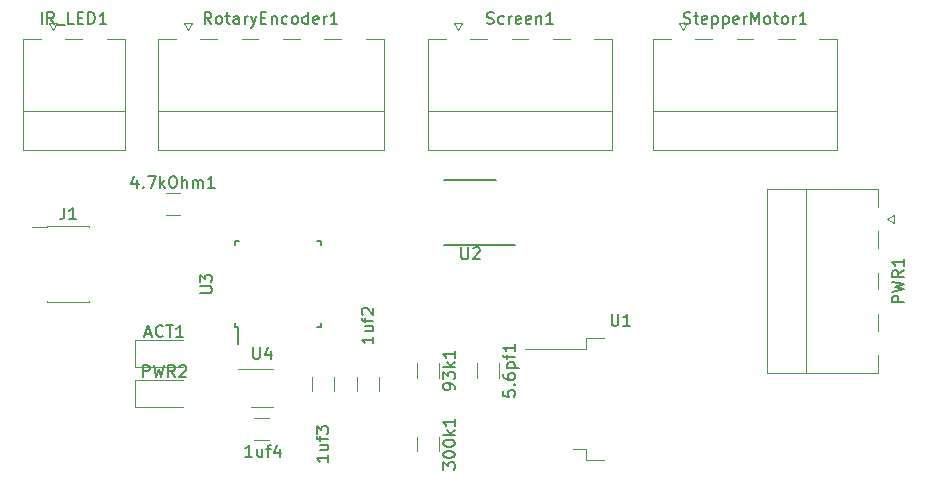
<source format=gbr>
G04 #@! TF.GenerationSoftware,KiCad,Pcbnew,5.1.4-e60b266~84~ubuntu18.04.1*
G04 #@! TF.CreationDate,2019-10-02T13:36:21-06:00*
G04 #@! TF.ProjectId,Star Tracker,53746172-2054-4726-9163-6b65722e6b69,rev?*
G04 #@! TF.SameCoordinates,Original*
G04 #@! TF.FileFunction,Legend,Top*
G04 #@! TF.FilePolarity,Positive*
%FSLAX46Y46*%
G04 Gerber Fmt 4.6, Leading zero omitted, Abs format (unit mm)*
G04 Created by KiCad (PCBNEW 5.1.4-e60b266~84~ubuntu18.04.1) date 2019-10-02 13:36:21*
%MOMM*%
%LPD*%
G04 APERTURE LIST*
%ADD10C,0.120000*%
%ADD11C,0.150000*%
G04 APERTURE END LIST*
D10*
X135530000Y-85692064D02*
X135530000Y-84487936D01*
X133710000Y-85692064D02*
X133710000Y-84487936D01*
X131720000Y-84487936D02*
X131720000Y-85692064D01*
X129900000Y-84487936D02*
X129900000Y-85692064D01*
X124997936Y-89810000D02*
X126202064Y-89810000D01*
X124997936Y-87990000D02*
X126202064Y-87990000D01*
X138790000Y-89567936D02*
X138790000Y-90772064D01*
X140610000Y-89567936D02*
X140610000Y-90772064D01*
X117507936Y-70760000D02*
X118712064Y-70760000D01*
X117507936Y-68940000D02*
X118712064Y-68940000D01*
X145690000Y-83347936D02*
X145690000Y-84552064D01*
X143870000Y-83347936D02*
X143870000Y-84552064D01*
X140610000Y-83341936D02*
X140610000Y-84546064D01*
X138790000Y-83341936D02*
X138790000Y-84546064D01*
X105390000Y-55840000D02*
X105390000Y-65260000D01*
X105390000Y-65260000D02*
X114010000Y-65260000D01*
X114010000Y-65260000D02*
X114010000Y-55840000D01*
X105390000Y-55840000D02*
X106900000Y-55840000D01*
X114010000Y-55840000D02*
X112500000Y-55840000D01*
X109000000Y-55840000D02*
X110400000Y-55840000D01*
X105390000Y-61950000D02*
X114010000Y-61950000D01*
X108250000Y-54550000D02*
X107950000Y-55150000D01*
X107950000Y-55150000D02*
X107650000Y-54550000D01*
X107650000Y-54550000D02*
X108250000Y-54550000D01*
X107455000Y-71695000D02*
X110985000Y-71695000D01*
X107455000Y-78165000D02*
X110985000Y-78165000D01*
X106130000Y-71760000D02*
X107455000Y-71760000D01*
X107455000Y-71695000D02*
X107455000Y-71760000D01*
X110985000Y-71695000D02*
X110985000Y-71760000D01*
X107455000Y-78100000D02*
X107455000Y-78165000D01*
X110985000Y-78100000D02*
X110985000Y-78165000D01*
X177840000Y-68560000D02*
X168420000Y-68560000D01*
X168420000Y-68560000D02*
X168420000Y-84180000D01*
X168420000Y-84180000D02*
X177840000Y-84180000D01*
X177840000Y-68560000D02*
X177840000Y-70070000D01*
X177840000Y-84180000D02*
X177840000Y-82670000D01*
X177840000Y-72170000D02*
X177840000Y-73570000D01*
X177840000Y-75670000D02*
X177840000Y-77070000D01*
X177840000Y-79170000D02*
X177840000Y-80570000D01*
X171730000Y-68560000D02*
X171730000Y-84180000D01*
X179130000Y-71420000D02*
X178530000Y-71120000D01*
X178530000Y-71120000D02*
X179130000Y-70820000D01*
X179130000Y-70820000D02*
X179130000Y-71420000D01*
X116820000Y-55840000D02*
X116820000Y-65260000D01*
X116820000Y-65260000D02*
X135940000Y-65260000D01*
X135940000Y-65260000D02*
X135940000Y-55840000D01*
X116820000Y-55840000D02*
X118330000Y-55840000D01*
X135940000Y-55840000D02*
X134430000Y-55840000D01*
X120430000Y-55840000D02*
X121830000Y-55840000D01*
X123930000Y-55840000D02*
X125330000Y-55840000D01*
X127430000Y-55840000D02*
X128830000Y-55840000D01*
X130930000Y-55840000D02*
X132330000Y-55840000D01*
X116820000Y-61950000D02*
X135940000Y-61950000D01*
X119680000Y-54550000D02*
X119380000Y-55150000D01*
X119380000Y-55150000D02*
X119080000Y-54550000D01*
X119080000Y-54550000D02*
X119680000Y-54550000D01*
X141940000Y-54550000D02*
X142540000Y-54550000D01*
X142240000Y-55150000D02*
X141940000Y-54550000D01*
X142540000Y-54550000D02*
X142240000Y-55150000D01*
X139680000Y-61950000D02*
X155300000Y-61950000D01*
X150290000Y-55840000D02*
X151690000Y-55840000D01*
X146790000Y-55840000D02*
X148190000Y-55840000D01*
X143290000Y-55840000D02*
X144690000Y-55840000D01*
X155300000Y-55840000D02*
X153790000Y-55840000D01*
X139680000Y-55840000D02*
X141190000Y-55840000D01*
X155300000Y-65260000D02*
X155300000Y-55840000D01*
X139680000Y-65260000D02*
X155300000Y-65260000D01*
X139680000Y-55840000D02*
X139680000Y-65260000D01*
X158730000Y-55840000D02*
X158730000Y-65260000D01*
X158730000Y-65260000D02*
X174350000Y-65260000D01*
X174350000Y-65260000D02*
X174350000Y-55840000D01*
X158730000Y-55840000D02*
X160240000Y-55840000D01*
X174350000Y-55840000D02*
X172840000Y-55840000D01*
X162340000Y-55840000D02*
X163740000Y-55840000D01*
X165840000Y-55840000D02*
X167240000Y-55840000D01*
X169340000Y-55840000D02*
X170740000Y-55840000D01*
X158730000Y-61950000D02*
X174350000Y-61950000D01*
X161590000Y-54550000D02*
X161290000Y-55150000D01*
X161290000Y-55150000D02*
X160990000Y-54550000D01*
X160990000Y-54550000D02*
X161590000Y-54550000D01*
D11*
X145485000Y-67786000D02*
X141085000Y-67786000D01*
X147060000Y-73311000D02*
X141085000Y-73311000D01*
X123375000Y-80265000D02*
X123600000Y-80265000D01*
X123375000Y-73015000D02*
X123700000Y-73015000D01*
X130625000Y-73015000D02*
X130300000Y-73015000D01*
X130625000Y-80265000D02*
X130300000Y-80265000D01*
X123375000Y-80265000D02*
X123375000Y-79940000D01*
X130625000Y-80265000D02*
X130625000Y-79940000D01*
X130625000Y-73015000D02*
X130625000Y-73340000D01*
X123375000Y-73015000D02*
X123375000Y-73340000D01*
X123600000Y-80265000D02*
X123600000Y-81690000D01*
D10*
X124750000Y-87020000D02*
X126550000Y-87020000D01*
X126550000Y-83800000D02*
X123600000Y-83800000D01*
X114905001Y-83610001D02*
X118965001Y-83610001D01*
X114905001Y-81340001D02*
X114905001Y-83610001D01*
X118965001Y-81340001D02*
X114905001Y-81340001D01*
X118965001Y-84730001D02*
X114905001Y-84730001D01*
X114905001Y-84730001D02*
X114905001Y-87000001D01*
X114905001Y-87000001D02*
X118965001Y-87000001D01*
X154560000Y-81160000D02*
X153060000Y-81160000D01*
X153060000Y-81160000D02*
X153060000Y-82110000D01*
X153060000Y-82110000D02*
X147935000Y-82110000D01*
X154560000Y-91560000D02*
X153060000Y-91560000D01*
X153060000Y-91560000D02*
X153060000Y-90610000D01*
X153060000Y-90610000D02*
X151960000Y-90610000D01*
D11*
X135072380Y-81068571D02*
X135072380Y-81640000D01*
X135072380Y-81354285D02*
X134072380Y-81354285D01*
X134215238Y-81449523D01*
X134310476Y-81544761D01*
X134358095Y-81640000D01*
X134405714Y-80211428D02*
X135072380Y-80211428D01*
X134405714Y-80640000D02*
X134929523Y-80640000D01*
X135024761Y-80592380D01*
X135072380Y-80497142D01*
X135072380Y-80354285D01*
X135024761Y-80259047D01*
X134977142Y-80211428D01*
X134405714Y-79878095D02*
X134405714Y-79497142D01*
X135072380Y-79735238D02*
X134215238Y-79735238D01*
X134120000Y-79687619D01*
X134072380Y-79592380D01*
X134072380Y-79497142D01*
X134167619Y-79211428D02*
X134120000Y-79163809D01*
X134072380Y-79068571D01*
X134072380Y-78830476D01*
X134120000Y-78735238D01*
X134167619Y-78687619D01*
X134262857Y-78640000D01*
X134358095Y-78640000D01*
X134500952Y-78687619D01*
X135072380Y-79259047D01*
X135072380Y-78640000D01*
X131262380Y-91098571D02*
X131262380Y-91670000D01*
X131262380Y-91384285D02*
X130262380Y-91384285D01*
X130405238Y-91479523D01*
X130500476Y-91574761D01*
X130548095Y-91670000D01*
X130595714Y-90241428D02*
X131262380Y-90241428D01*
X130595714Y-90670000D02*
X131119523Y-90670000D01*
X131214761Y-90622380D01*
X131262380Y-90527142D01*
X131262380Y-90384285D01*
X131214761Y-90289047D01*
X131167142Y-90241428D01*
X130595714Y-89908095D02*
X130595714Y-89527142D01*
X131262380Y-89765238D02*
X130405238Y-89765238D01*
X130310000Y-89717619D01*
X130262380Y-89622380D01*
X130262380Y-89527142D01*
X130262380Y-89289047D02*
X130262380Y-88670000D01*
X130643333Y-89003333D01*
X130643333Y-88860476D01*
X130690952Y-88765238D01*
X130738571Y-88717619D01*
X130833809Y-88670000D01*
X131071904Y-88670000D01*
X131167142Y-88717619D01*
X131214761Y-88765238D01*
X131262380Y-88860476D01*
X131262380Y-89146190D01*
X131214761Y-89241428D01*
X131167142Y-89289047D01*
X124801428Y-91257380D02*
X124230000Y-91257380D01*
X124515714Y-91257380D02*
X124515714Y-90257380D01*
X124420476Y-90400238D01*
X124325238Y-90495476D01*
X124230000Y-90543095D01*
X125658571Y-90590714D02*
X125658571Y-91257380D01*
X125230000Y-90590714D02*
X125230000Y-91114523D01*
X125277619Y-91209761D01*
X125372857Y-91257380D01*
X125515714Y-91257380D01*
X125610952Y-91209761D01*
X125658571Y-91162142D01*
X125991904Y-90590714D02*
X126372857Y-90590714D01*
X126134761Y-91257380D02*
X126134761Y-90400238D01*
X126182380Y-90305000D01*
X126277619Y-90257380D01*
X126372857Y-90257380D01*
X127134761Y-90590714D02*
X127134761Y-91257380D01*
X126896666Y-90209761D02*
X126658571Y-90924047D01*
X127277619Y-90924047D01*
X140972380Y-92336666D02*
X140972380Y-91717619D01*
X141353333Y-92050952D01*
X141353333Y-91908095D01*
X141400952Y-91812857D01*
X141448571Y-91765238D01*
X141543809Y-91717619D01*
X141781904Y-91717619D01*
X141877142Y-91765238D01*
X141924761Y-91812857D01*
X141972380Y-91908095D01*
X141972380Y-92193809D01*
X141924761Y-92289047D01*
X141877142Y-92336666D01*
X140972380Y-91098571D02*
X140972380Y-91003333D01*
X141020000Y-90908095D01*
X141067619Y-90860476D01*
X141162857Y-90812857D01*
X141353333Y-90765238D01*
X141591428Y-90765238D01*
X141781904Y-90812857D01*
X141877142Y-90860476D01*
X141924761Y-90908095D01*
X141972380Y-91003333D01*
X141972380Y-91098571D01*
X141924761Y-91193809D01*
X141877142Y-91241428D01*
X141781904Y-91289047D01*
X141591428Y-91336666D01*
X141353333Y-91336666D01*
X141162857Y-91289047D01*
X141067619Y-91241428D01*
X141020000Y-91193809D01*
X140972380Y-91098571D01*
X140972380Y-90146190D02*
X140972380Y-90050952D01*
X141020000Y-89955714D01*
X141067619Y-89908095D01*
X141162857Y-89860476D01*
X141353333Y-89812857D01*
X141591428Y-89812857D01*
X141781904Y-89860476D01*
X141877142Y-89908095D01*
X141924761Y-89955714D01*
X141972380Y-90050952D01*
X141972380Y-90146190D01*
X141924761Y-90241428D01*
X141877142Y-90289047D01*
X141781904Y-90336666D01*
X141591428Y-90384285D01*
X141353333Y-90384285D01*
X141162857Y-90336666D01*
X141067619Y-90289047D01*
X141020000Y-90241428D01*
X140972380Y-90146190D01*
X141972380Y-89384285D02*
X140972380Y-89384285D01*
X141591428Y-89289047D02*
X141972380Y-89003333D01*
X141305714Y-89003333D02*
X141686666Y-89384285D01*
X141972380Y-88050952D02*
X141972380Y-88622380D01*
X141972380Y-88336666D02*
X140972380Y-88336666D01*
X141115238Y-88431904D01*
X141210476Y-88527142D01*
X141258095Y-88622380D01*
X115062380Y-67815714D02*
X115062380Y-68482380D01*
X114824285Y-67434761D02*
X114586190Y-68149047D01*
X115205238Y-68149047D01*
X115586190Y-68387142D02*
X115633809Y-68434761D01*
X115586190Y-68482380D01*
X115538571Y-68434761D01*
X115586190Y-68387142D01*
X115586190Y-68482380D01*
X115967142Y-67482380D02*
X116633809Y-67482380D01*
X116205238Y-68482380D01*
X117014761Y-68482380D02*
X117014761Y-67482380D01*
X117110000Y-68101428D02*
X117395714Y-68482380D01*
X117395714Y-67815714D02*
X117014761Y-68196666D01*
X118014761Y-67482380D02*
X118205238Y-67482380D01*
X118300476Y-67530000D01*
X118395714Y-67625238D01*
X118443333Y-67815714D01*
X118443333Y-68149047D01*
X118395714Y-68339523D01*
X118300476Y-68434761D01*
X118205238Y-68482380D01*
X118014761Y-68482380D01*
X117919523Y-68434761D01*
X117824285Y-68339523D01*
X117776666Y-68149047D01*
X117776666Y-67815714D01*
X117824285Y-67625238D01*
X117919523Y-67530000D01*
X118014761Y-67482380D01*
X118871904Y-68482380D02*
X118871904Y-67482380D01*
X119300476Y-68482380D02*
X119300476Y-67958571D01*
X119252857Y-67863333D01*
X119157619Y-67815714D01*
X119014761Y-67815714D01*
X118919523Y-67863333D01*
X118871904Y-67910952D01*
X119776666Y-68482380D02*
X119776666Y-67815714D01*
X119776666Y-67910952D02*
X119824285Y-67863333D01*
X119919523Y-67815714D01*
X120062380Y-67815714D01*
X120157619Y-67863333D01*
X120205238Y-67958571D01*
X120205238Y-68482380D01*
X120205238Y-67958571D02*
X120252857Y-67863333D01*
X120348095Y-67815714D01*
X120490952Y-67815714D01*
X120586190Y-67863333D01*
X120633809Y-67958571D01*
X120633809Y-68482380D01*
X121633809Y-68482380D02*
X121062380Y-68482380D01*
X121348095Y-68482380D02*
X121348095Y-67482380D01*
X121252857Y-67625238D01*
X121157619Y-67720476D01*
X121062380Y-67768095D01*
X146052380Y-85640476D02*
X146052380Y-86116666D01*
X146528571Y-86164285D01*
X146480952Y-86116666D01*
X146433333Y-86021428D01*
X146433333Y-85783333D01*
X146480952Y-85688095D01*
X146528571Y-85640476D01*
X146623809Y-85592857D01*
X146861904Y-85592857D01*
X146957142Y-85640476D01*
X147004761Y-85688095D01*
X147052380Y-85783333D01*
X147052380Y-86021428D01*
X147004761Y-86116666D01*
X146957142Y-86164285D01*
X146957142Y-85164285D02*
X147004761Y-85116666D01*
X147052380Y-85164285D01*
X147004761Y-85211904D01*
X146957142Y-85164285D01*
X147052380Y-85164285D01*
X146052380Y-84259523D02*
X146052380Y-84450000D01*
X146100000Y-84545238D01*
X146147619Y-84592857D01*
X146290476Y-84688095D01*
X146480952Y-84735714D01*
X146861904Y-84735714D01*
X146957142Y-84688095D01*
X147004761Y-84640476D01*
X147052380Y-84545238D01*
X147052380Y-84354761D01*
X147004761Y-84259523D01*
X146957142Y-84211904D01*
X146861904Y-84164285D01*
X146623809Y-84164285D01*
X146528571Y-84211904D01*
X146480952Y-84259523D01*
X146433333Y-84354761D01*
X146433333Y-84545238D01*
X146480952Y-84640476D01*
X146528571Y-84688095D01*
X146623809Y-84735714D01*
X146385714Y-83735714D02*
X147385714Y-83735714D01*
X146433333Y-83735714D02*
X146385714Y-83640476D01*
X146385714Y-83450000D01*
X146433333Y-83354761D01*
X146480952Y-83307142D01*
X146576190Y-83259523D01*
X146861904Y-83259523D01*
X146957142Y-83307142D01*
X147004761Y-83354761D01*
X147052380Y-83450000D01*
X147052380Y-83640476D01*
X147004761Y-83735714D01*
X146385714Y-82973809D02*
X146385714Y-82592857D01*
X147052380Y-82830952D02*
X146195238Y-82830952D01*
X146100000Y-82783333D01*
X146052380Y-82688095D01*
X146052380Y-82592857D01*
X147052380Y-81735714D02*
X147052380Y-82307142D01*
X147052380Y-82021428D02*
X146052380Y-82021428D01*
X146195238Y-82116666D01*
X146290476Y-82211904D01*
X146338095Y-82307142D01*
X141972380Y-85491619D02*
X141972380Y-85301142D01*
X141924761Y-85205904D01*
X141877142Y-85158285D01*
X141734285Y-85063047D01*
X141543809Y-85015428D01*
X141162857Y-85015428D01*
X141067619Y-85063047D01*
X141020000Y-85110666D01*
X140972380Y-85205904D01*
X140972380Y-85396380D01*
X141020000Y-85491619D01*
X141067619Y-85539238D01*
X141162857Y-85586857D01*
X141400952Y-85586857D01*
X141496190Y-85539238D01*
X141543809Y-85491619D01*
X141591428Y-85396380D01*
X141591428Y-85205904D01*
X141543809Y-85110666D01*
X141496190Y-85063047D01*
X141400952Y-85015428D01*
X140972380Y-84682095D02*
X140972380Y-84063047D01*
X141353333Y-84396380D01*
X141353333Y-84253523D01*
X141400952Y-84158285D01*
X141448571Y-84110666D01*
X141543809Y-84063047D01*
X141781904Y-84063047D01*
X141877142Y-84110666D01*
X141924761Y-84158285D01*
X141972380Y-84253523D01*
X141972380Y-84539238D01*
X141924761Y-84634476D01*
X141877142Y-84682095D01*
X141972380Y-83634476D02*
X140972380Y-83634476D01*
X141591428Y-83539238D02*
X141972380Y-83253523D01*
X141305714Y-83253523D02*
X141686666Y-83634476D01*
X141972380Y-82301142D02*
X141972380Y-82872571D01*
X141972380Y-82586857D02*
X140972380Y-82586857D01*
X141115238Y-82682095D01*
X141210476Y-82777333D01*
X141258095Y-82872571D01*
X106985714Y-54602380D02*
X106985714Y-53602380D01*
X108033333Y-54602380D02*
X107700000Y-54126190D01*
X107461904Y-54602380D02*
X107461904Y-53602380D01*
X107842857Y-53602380D01*
X107938095Y-53650000D01*
X107985714Y-53697619D01*
X108033333Y-53792857D01*
X108033333Y-53935714D01*
X107985714Y-54030952D01*
X107938095Y-54078571D01*
X107842857Y-54126190D01*
X107461904Y-54126190D01*
X108223809Y-54697619D02*
X108985714Y-54697619D01*
X109700000Y-54602380D02*
X109223809Y-54602380D01*
X109223809Y-53602380D01*
X110033333Y-54078571D02*
X110366666Y-54078571D01*
X110509523Y-54602380D02*
X110033333Y-54602380D01*
X110033333Y-53602380D01*
X110509523Y-53602380D01*
X110938095Y-54602380D02*
X110938095Y-53602380D01*
X111176190Y-53602380D01*
X111319047Y-53650000D01*
X111414285Y-53745238D01*
X111461904Y-53840476D01*
X111509523Y-54030952D01*
X111509523Y-54173809D01*
X111461904Y-54364285D01*
X111414285Y-54459523D01*
X111319047Y-54554761D01*
X111176190Y-54602380D01*
X110938095Y-54602380D01*
X112461904Y-54602380D02*
X111890476Y-54602380D01*
X112176190Y-54602380D02*
X112176190Y-53602380D01*
X112080952Y-53745238D01*
X111985714Y-53840476D01*
X111890476Y-53888095D01*
X108886666Y-70147380D02*
X108886666Y-70861666D01*
X108839047Y-71004523D01*
X108743809Y-71099761D01*
X108600952Y-71147380D01*
X108505714Y-71147380D01*
X109886666Y-71147380D02*
X109315238Y-71147380D01*
X109600952Y-71147380D02*
X109600952Y-70147380D01*
X109505714Y-70290238D01*
X109410476Y-70385476D01*
X109315238Y-70433095D01*
X179982380Y-78179523D02*
X178982380Y-78179523D01*
X178982380Y-77798571D01*
X179030000Y-77703333D01*
X179077619Y-77655714D01*
X179172857Y-77608095D01*
X179315714Y-77608095D01*
X179410952Y-77655714D01*
X179458571Y-77703333D01*
X179506190Y-77798571D01*
X179506190Y-78179523D01*
X178982380Y-77274761D02*
X179982380Y-77036666D01*
X179268095Y-76846190D01*
X179982380Y-76655714D01*
X178982380Y-76417619D01*
X179982380Y-75465238D02*
X179506190Y-75798571D01*
X179982380Y-76036666D02*
X178982380Y-76036666D01*
X178982380Y-75655714D01*
X179030000Y-75560476D01*
X179077619Y-75512857D01*
X179172857Y-75465238D01*
X179315714Y-75465238D01*
X179410952Y-75512857D01*
X179458571Y-75560476D01*
X179506190Y-75655714D01*
X179506190Y-76036666D01*
X179982380Y-74512857D02*
X179982380Y-75084285D01*
X179982380Y-74798571D02*
X178982380Y-74798571D01*
X179125238Y-74893809D01*
X179220476Y-74989047D01*
X179268095Y-75084285D01*
X121356190Y-54602380D02*
X121022857Y-54126190D01*
X120784761Y-54602380D02*
X120784761Y-53602380D01*
X121165714Y-53602380D01*
X121260952Y-53650000D01*
X121308571Y-53697619D01*
X121356190Y-53792857D01*
X121356190Y-53935714D01*
X121308571Y-54030952D01*
X121260952Y-54078571D01*
X121165714Y-54126190D01*
X120784761Y-54126190D01*
X121927619Y-54602380D02*
X121832380Y-54554761D01*
X121784761Y-54507142D01*
X121737142Y-54411904D01*
X121737142Y-54126190D01*
X121784761Y-54030952D01*
X121832380Y-53983333D01*
X121927619Y-53935714D01*
X122070476Y-53935714D01*
X122165714Y-53983333D01*
X122213333Y-54030952D01*
X122260952Y-54126190D01*
X122260952Y-54411904D01*
X122213333Y-54507142D01*
X122165714Y-54554761D01*
X122070476Y-54602380D01*
X121927619Y-54602380D01*
X122546666Y-53935714D02*
X122927619Y-53935714D01*
X122689523Y-53602380D02*
X122689523Y-54459523D01*
X122737142Y-54554761D01*
X122832380Y-54602380D01*
X122927619Y-54602380D01*
X123689523Y-54602380D02*
X123689523Y-54078571D01*
X123641904Y-53983333D01*
X123546666Y-53935714D01*
X123356190Y-53935714D01*
X123260952Y-53983333D01*
X123689523Y-54554761D02*
X123594285Y-54602380D01*
X123356190Y-54602380D01*
X123260952Y-54554761D01*
X123213333Y-54459523D01*
X123213333Y-54364285D01*
X123260952Y-54269047D01*
X123356190Y-54221428D01*
X123594285Y-54221428D01*
X123689523Y-54173809D01*
X124165714Y-54602380D02*
X124165714Y-53935714D01*
X124165714Y-54126190D02*
X124213333Y-54030952D01*
X124260952Y-53983333D01*
X124356190Y-53935714D01*
X124451428Y-53935714D01*
X124689523Y-53935714D02*
X124927619Y-54602380D01*
X125165714Y-53935714D02*
X124927619Y-54602380D01*
X124832380Y-54840476D01*
X124784761Y-54888095D01*
X124689523Y-54935714D01*
X125546666Y-54078571D02*
X125880000Y-54078571D01*
X126022857Y-54602380D02*
X125546666Y-54602380D01*
X125546666Y-53602380D01*
X126022857Y-53602380D01*
X126451428Y-53935714D02*
X126451428Y-54602380D01*
X126451428Y-54030952D02*
X126499047Y-53983333D01*
X126594285Y-53935714D01*
X126737142Y-53935714D01*
X126832380Y-53983333D01*
X126880000Y-54078571D01*
X126880000Y-54602380D01*
X127784761Y-54554761D02*
X127689523Y-54602380D01*
X127499047Y-54602380D01*
X127403809Y-54554761D01*
X127356190Y-54507142D01*
X127308571Y-54411904D01*
X127308571Y-54126190D01*
X127356190Y-54030952D01*
X127403809Y-53983333D01*
X127499047Y-53935714D01*
X127689523Y-53935714D01*
X127784761Y-53983333D01*
X128356190Y-54602380D02*
X128260952Y-54554761D01*
X128213333Y-54507142D01*
X128165714Y-54411904D01*
X128165714Y-54126190D01*
X128213333Y-54030952D01*
X128260952Y-53983333D01*
X128356190Y-53935714D01*
X128499047Y-53935714D01*
X128594285Y-53983333D01*
X128641904Y-54030952D01*
X128689523Y-54126190D01*
X128689523Y-54411904D01*
X128641904Y-54507142D01*
X128594285Y-54554761D01*
X128499047Y-54602380D01*
X128356190Y-54602380D01*
X129546666Y-54602380D02*
X129546666Y-53602380D01*
X129546666Y-54554761D02*
X129451428Y-54602380D01*
X129260952Y-54602380D01*
X129165714Y-54554761D01*
X129118095Y-54507142D01*
X129070476Y-54411904D01*
X129070476Y-54126190D01*
X129118095Y-54030952D01*
X129165714Y-53983333D01*
X129260952Y-53935714D01*
X129451428Y-53935714D01*
X129546666Y-53983333D01*
X130403809Y-54554761D02*
X130308571Y-54602380D01*
X130118095Y-54602380D01*
X130022857Y-54554761D01*
X129975238Y-54459523D01*
X129975238Y-54078571D01*
X130022857Y-53983333D01*
X130118095Y-53935714D01*
X130308571Y-53935714D01*
X130403809Y-53983333D01*
X130451428Y-54078571D01*
X130451428Y-54173809D01*
X129975238Y-54269047D01*
X130880000Y-54602380D02*
X130880000Y-53935714D01*
X130880000Y-54126190D02*
X130927619Y-54030952D01*
X130975238Y-53983333D01*
X131070476Y-53935714D01*
X131165714Y-53935714D01*
X132022857Y-54602380D02*
X131451428Y-54602380D01*
X131737142Y-54602380D02*
X131737142Y-53602380D01*
X131641904Y-53745238D01*
X131546666Y-53840476D01*
X131451428Y-53888095D01*
X144680476Y-54554761D02*
X144823333Y-54602380D01*
X145061428Y-54602380D01*
X145156666Y-54554761D01*
X145204285Y-54507142D01*
X145251904Y-54411904D01*
X145251904Y-54316666D01*
X145204285Y-54221428D01*
X145156666Y-54173809D01*
X145061428Y-54126190D01*
X144870952Y-54078571D01*
X144775714Y-54030952D01*
X144728095Y-53983333D01*
X144680476Y-53888095D01*
X144680476Y-53792857D01*
X144728095Y-53697619D01*
X144775714Y-53650000D01*
X144870952Y-53602380D01*
X145109047Y-53602380D01*
X145251904Y-53650000D01*
X146109047Y-54554761D02*
X146013809Y-54602380D01*
X145823333Y-54602380D01*
X145728095Y-54554761D01*
X145680476Y-54507142D01*
X145632857Y-54411904D01*
X145632857Y-54126190D01*
X145680476Y-54030952D01*
X145728095Y-53983333D01*
X145823333Y-53935714D01*
X146013809Y-53935714D01*
X146109047Y-53983333D01*
X146537619Y-54602380D02*
X146537619Y-53935714D01*
X146537619Y-54126190D02*
X146585238Y-54030952D01*
X146632857Y-53983333D01*
X146728095Y-53935714D01*
X146823333Y-53935714D01*
X147537619Y-54554761D02*
X147442380Y-54602380D01*
X147251904Y-54602380D01*
X147156666Y-54554761D01*
X147109047Y-54459523D01*
X147109047Y-54078571D01*
X147156666Y-53983333D01*
X147251904Y-53935714D01*
X147442380Y-53935714D01*
X147537619Y-53983333D01*
X147585238Y-54078571D01*
X147585238Y-54173809D01*
X147109047Y-54269047D01*
X148394761Y-54554761D02*
X148299523Y-54602380D01*
X148109047Y-54602380D01*
X148013809Y-54554761D01*
X147966190Y-54459523D01*
X147966190Y-54078571D01*
X148013809Y-53983333D01*
X148109047Y-53935714D01*
X148299523Y-53935714D01*
X148394761Y-53983333D01*
X148442380Y-54078571D01*
X148442380Y-54173809D01*
X147966190Y-54269047D01*
X148870952Y-53935714D02*
X148870952Y-54602380D01*
X148870952Y-54030952D02*
X148918571Y-53983333D01*
X149013809Y-53935714D01*
X149156666Y-53935714D01*
X149251904Y-53983333D01*
X149299523Y-54078571D01*
X149299523Y-54602380D01*
X150299523Y-54602380D02*
X149728095Y-54602380D01*
X150013809Y-54602380D02*
X150013809Y-53602380D01*
X149918571Y-53745238D01*
X149823333Y-53840476D01*
X149728095Y-53888095D01*
X161349523Y-54554761D02*
X161492380Y-54602380D01*
X161730476Y-54602380D01*
X161825714Y-54554761D01*
X161873333Y-54507142D01*
X161920952Y-54411904D01*
X161920952Y-54316666D01*
X161873333Y-54221428D01*
X161825714Y-54173809D01*
X161730476Y-54126190D01*
X161540000Y-54078571D01*
X161444761Y-54030952D01*
X161397142Y-53983333D01*
X161349523Y-53888095D01*
X161349523Y-53792857D01*
X161397142Y-53697619D01*
X161444761Y-53650000D01*
X161540000Y-53602380D01*
X161778095Y-53602380D01*
X161920952Y-53650000D01*
X162206666Y-53935714D02*
X162587619Y-53935714D01*
X162349523Y-53602380D02*
X162349523Y-54459523D01*
X162397142Y-54554761D01*
X162492380Y-54602380D01*
X162587619Y-54602380D01*
X163301904Y-54554761D02*
X163206666Y-54602380D01*
X163016190Y-54602380D01*
X162920952Y-54554761D01*
X162873333Y-54459523D01*
X162873333Y-54078571D01*
X162920952Y-53983333D01*
X163016190Y-53935714D01*
X163206666Y-53935714D01*
X163301904Y-53983333D01*
X163349523Y-54078571D01*
X163349523Y-54173809D01*
X162873333Y-54269047D01*
X163778095Y-53935714D02*
X163778095Y-54935714D01*
X163778095Y-53983333D02*
X163873333Y-53935714D01*
X164063809Y-53935714D01*
X164159047Y-53983333D01*
X164206666Y-54030952D01*
X164254285Y-54126190D01*
X164254285Y-54411904D01*
X164206666Y-54507142D01*
X164159047Y-54554761D01*
X164063809Y-54602380D01*
X163873333Y-54602380D01*
X163778095Y-54554761D01*
X164682857Y-53935714D02*
X164682857Y-54935714D01*
X164682857Y-53983333D02*
X164778095Y-53935714D01*
X164968571Y-53935714D01*
X165063809Y-53983333D01*
X165111428Y-54030952D01*
X165159047Y-54126190D01*
X165159047Y-54411904D01*
X165111428Y-54507142D01*
X165063809Y-54554761D01*
X164968571Y-54602380D01*
X164778095Y-54602380D01*
X164682857Y-54554761D01*
X165968571Y-54554761D02*
X165873333Y-54602380D01*
X165682857Y-54602380D01*
X165587619Y-54554761D01*
X165540000Y-54459523D01*
X165540000Y-54078571D01*
X165587619Y-53983333D01*
X165682857Y-53935714D01*
X165873333Y-53935714D01*
X165968571Y-53983333D01*
X166016190Y-54078571D01*
X166016190Y-54173809D01*
X165540000Y-54269047D01*
X166444761Y-54602380D02*
X166444761Y-53935714D01*
X166444761Y-54126190D02*
X166492380Y-54030952D01*
X166540000Y-53983333D01*
X166635238Y-53935714D01*
X166730476Y-53935714D01*
X167063809Y-54602380D02*
X167063809Y-53602380D01*
X167397142Y-54316666D01*
X167730476Y-53602380D01*
X167730476Y-54602380D01*
X168349523Y-54602380D02*
X168254285Y-54554761D01*
X168206666Y-54507142D01*
X168159047Y-54411904D01*
X168159047Y-54126190D01*
X168206666Y-54030952D01*
X168254285Y-53983333D01*
X168349523Y-53935714D01*
X168492380Y-53935714D01*
X168587619Y-53983333D01*
X168635238Y-54030952D01*
X168682857Y-54126190D01*
X168682857Y-54411904D01*
X168635238Y-54507142D01*
X168587619Y-54554761D01*
X168492380Y-54602380D01*
X168349523Y-54602380D01*
X168968571Y-53935714D02*
X169349523Y-53935714D01*
X169111428Y-53602380D02*
X169111428Y-54459523D01*
X169159047Y-54554761D01*
X169254285Y-54602380D01*
X169349523Y-54602380D01*
X169825714Y-54602380D02*
X169730476Y-54554761D01*
X169682857Y-54507142D01*
X169635238Y-54411904D01*
X169635238Y-54126190D01*
X169682857Y-54030952D01*
X169730476Y-53983333D01*
X169825714Y-53935714D01*
X169968571Y-53935714D01*
X170063809Y-53983333D01*
X170111428Y-54030952D01*
X170159047Y-54126190D01*
X170159047Y-54411904D01*
X170111428Y-54507142D01*
X170063809Y-54554761D01*
X169968571Y-54602380D01*
X169825714Y-54602380D01*
X170587619Y-54602380D02*
X170587619Y-53935714D01*
X170587619Y-54126190D02*
X170635238Y-54030952D01*
X170682857Y-53983333D01*
X170778095Y-53935714D01*
X170873333Y-53935714D01*
X171730476Y-54602380D02*
X171159047Y-54602380D01*
X171444761Y-54602380D02*
X171444761Y-53602380D01*
X171349523Y-53745238D01*
X171254285Y-53840476D01*
X171159047Y-53888095D01*
X142523095Y-73513380D02*
X142523095Y-74322904D01*
X142570714Y-74418142D01*
X142618333Y-74465761D01*
X142713571Y-74513380D01*
X142904047Y-74513380D01*
X142999285Y-74465761D01*
X143046904Y-74418142D01*
X143094523Y-74322904D01*
X143094523Y-73513380D01*
X143523095Y-73608619D02*
X143570714Y-73561000D01*
X143665952Y-73513380D01*
X143904047Y-73513380D01*
X143999285Y-73561000D01*
X144046904Y-73608619D01*
X144094523Y-73703857D01*
X144094523Y-73799095D01*
X144046904Y-73941952D01*
X143475476Y-74513380D01*
X144094523Y-74513380D01*
X120402380Y-77401904D02*
X121211904Y-77401904D01*
X121307142Y-77354285D01*
X121354761Y-77306666D01*
X121402380Y-77211428D01*
X121402380Y-77020952D01*
X121354761Y-76925714D01*
X121307142Y-76878095D01*
X121211904Y-76830476D01*
X120402380Y-76830476D01*
X120402380Y-76449523D02*
X120402380Y-75830476D01*
X120783333Y-76163809D01*
X120783333Y-76020952D01*
X120830952Y-75925714D01*
X120878571Y-75878095D01*
X120973809Y-75830476D01*
X121211904Y-75830476D01*
X121307142Y-75878095D01*
X121354761Y-75925714D01*
X121402380Y-76020952D01*
X121402380Y-76306666D01*
X121354761Y-76401904D01*
X121307142Y-76449523D01*
X124888095Y-81962380D02*
X124888095Y-82771904D01*
X124935714Y-82867142D01*
X124983333Y-82914761D01*
X125078571Y-82962380D01*
X125269047Y-82962380D01*
X125364285Y-82914761D01*
X125411904Y-82867142D01*
X125459523Y-82771904D01*
X125459523Y-81962380D01*
X126364285Y-82295714D02*
X126364285Y-82962380D01*
X126126190Y-81914761D02*
X125888095Y-82629047D01*
X126507142Y-82629047D01*
X115769762Y-80821667D02*
X116245953Y-80821667D01*
X115674524Y-81107381D02*
X116007858Y-80107381D01*
X116341191Y-81107381D01*
X117245953Y-81012143D02*
X117198334Y-81059762D01*
X117055477Y-81107381D01*
X116960239Y-81107381D01*
X116817381Y-81059762D01*
X116722143Y-80964524D01*
X116674524Y-80869286D01*
X116626905Y-80678810D01*
X116626905Y-80535953D01*
X116674524Y-80345477D01*
X116722143Y-80250239D01*
X116817381Y-80155001D01*
X116960239Y-80107381D01*
X117055477Y-80107381D01*
X117198334Y-80155001D01*
X117245953Y-80202620D01*
X117531667Y-80107381D02*
X118103096Y-80107381D01*
X117817381Y-81107381D02*
X117817381Y-80107381D01*
X118960239Y-81107381D02*
X118388810Y-81107381D01*
X118674524Y-81107381D02*
X118674524Y-80107381D01*
X118579286Y-80250239D01*
X118484048Y-80345477D01*
X118388810Y-80393096D01*
X115555477Y-84497381D02*
X115555477Y-83497381D01*
X115936429Y-83497381D01*
X116031667Y-83545001D01*
X116079286Y-83592620D01*
X116126905Y-83687858D01*
X116126905Y-83830715D01*
X116079286Y-83925953D01*
X116031667Y-83973572D01*
X115936429Y-84021191D01*
X115555477Y-84021191D01*
X116460239Y-83497381D02*
X116698334Y-84497381D01*
X116888810Y-83783096D01*
X117079286Y-84497381D01*
X117317381Y-83497381D01*
X118269762Y-84497381D02*
X117936429Y-84021191D01*
X117698334Y-84497381D02*
X117698334Y-83497381D01*
X118079286Y-83497381D01*
X118174524Y-83545001D01*
X118222143Y-83592620D01*
X118269762Y-83687858D01*
X118269762Y-83830715D01*
X118222143Y-83925953D01*
X118174524Y-83973572D01*
X118079286Y-84021191D01*
X117698334Y-84021191D01*
X118650715Y-83592620D02*
X118698334Y-83545001D01*
X118793572Y-83497381D01*
X119031667Y-83497381D01*
X119126905Y-83545001D01*
X119174524Y-83592620D01*
X119222143Y-83687858D01*
X119222143Y-83783096D01*
X119174524Y-83925953D01*
X118603096Y-84497381D01*
X119222143Y-84497381D01*
X155248095Y-79162380D02*
X155248095Y-79971904D01*
X155295714Y-80067142D01*
X155343333Y-80114761D01*
X155438571Y-80162380D01*
X155629047Y-80162380D01*
X155724285Y-80114761D01*
X155771904Y-80067142D01*
X155819523Y-79971904D01*
X155819523Y-79162380D01*
X156819523Y-80162380D02*
X156248095Y-80162380D01*
X156533809Y-80162380D02*
X156533809Y-79162380D01*
X156438571Y-79305238D01*
X156343333Y-79400476D01*
X156248095Y-79448095D01*
M02*

</source>
